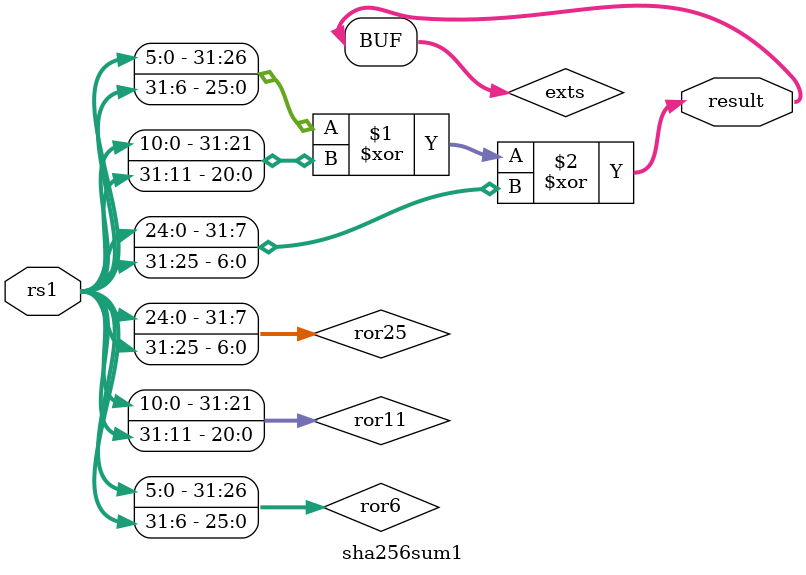
<source format=sv>

module sha256sum1 #(parameter WIDTH=32) (
   input  logic [WIDTH-1:0] rs1, 
   output logic [WIDTH-1:0] result
);

   logic [31:0] 	     ror6, ror11, ror25, exts;
  
   assign ror6 = {rs1[5:0], rs1[31:6]};
   assign ror11 = {rs1[10:0], rs1[31:11]};
   assign ror25 = {rs1[24:0], rs1[31:25]};
   
   // Assign output to xor of 3 rotates
   assign exts = ror6 ^ ror11 ^ ror25;

   // Sign-extend for RV64
   if (WIDTH==32) assign result = exts;
   else           assign result = {{32{exts[31]}}, exts};
endmodule

</source>
